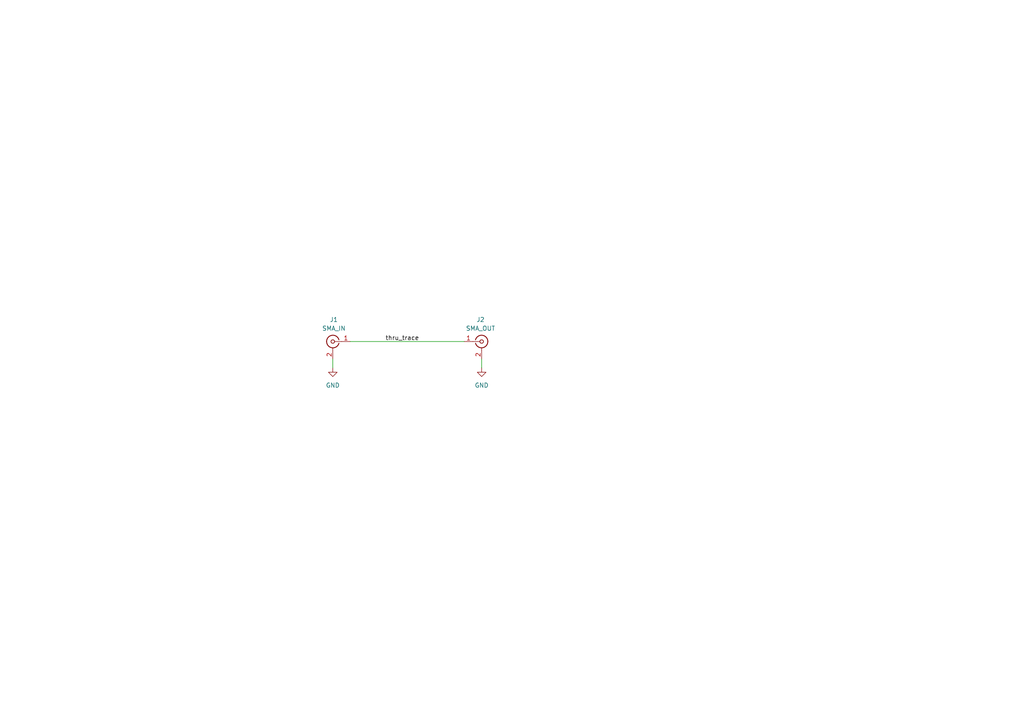
<source format=kicad_sch>
(kicad_sch (version 20231120) (generator "eeschema") (generator_version "8.0")
  (paper "A4")
  (title_block (title "Bald Probe Test Fixtures") (rev "1") (company "@baldengineer"))
  (lib_symbols
    (symbol "Connector:Conn_Coaxial" (pin_names (offset 1.016) hide)
      (property "Reference" "J" (at 0.254 3.048 0))
      (property "Value" "Conn_Coaxial" (at 2.921 0 90))
      (symbol "Conn_Coaxial_0_1"
        (arc (start -1.778 -0.508) (mid 0.2311 -1.8066) (end 1.778 0) (stroke (width 0.254)))
        (polyline (pts (xy -2.54 0) (xy -0.508 0)))
        (polyline (pts (xy 0 -2.54) (xy 0 -1.778)))
        (circle (center 0 0) (radius 0.508) (stroke (width 0.2032)))
        (arc (start 1.778 0) (mid 0.2099 1.8101) (end -1.778 0.508) (stroke (width 0.254)))
      )
      (symbol "Conn_Coaxial_1_1"
        (pin passive line (at -5.08 0 0) (length 2.54) (name "In") (number "1"))
        (pin passive line (at 0 -5.08 90) (length 2.54) (name "Ext") (number "2"))
      )
    )
    (symbol "power:GND" (power) (pin_numbers hide) (pin_names (offset 0) hide)
      (property "Value" "GND" (at 0 -3.81 0))
      (symbol "GND_0_1"
        (polyline (pts (xy 0 0) (xy 0 -1.27) (xy 1.27 -1.27) (xy 0 -2.54) (xy -1.27 -1.27) (xy 0 -1.27)))
      )
      (symbol "GND_1_1"
        (pin power_in line (at 0 0 270) (length 0) (name "~") (number "1"))
      )
    )
  )
  (wire (pts (xy 101.6 99.06) (xy 134.62 99.06)))
  (wire (pts (xy 139.7 104.14) (xy 139.7 106.68)))
  (wire (pts (xy 96.52 104.14) (xy 96.52 106.68)))
  (label "thru_trace" (at 111.76 99.06 0))
  (symbol (lib_id "Connector:Conn_Coaxial") (at 139.7 99.06 0) (unit 1)
    (property "Reference" "J2" (at 139.3826 92.71 0))
    (property "Value" "SMA_OUT" (at 139.3826 95.25 0))
    (property "Footprint" "Connector_Coaxial:SMA_Molex_73251-1153_EdgeMount_Horizontal" (effects (hide yes)))
    (property "Description" "coaxial connector (BNC, SMA, SMB, SMC, Cinch/RCA, LEMO, ...)" (effects (hide yes)))
  )
  (symbol (lib_id "Connector:Conn_Coaxial") (at 96.52 99.06 0) (mirror y) (unit 1)
    (property "Reference" "J1" (at 96.8374 92.71 0))
    (property "Value" "SMA_IN" (at 96.8374 95.25 0))
    (property "Footprint" "Connector_Coaxial:SMA_Molex_73251-1153_EdgeMount_Horizontal" (effects (hide yes)))
    (property "Description" "coaxial connector (BNC, SMA, SMB, SMC, Cinch/RCA, LEMO, ...)" (effects (hide yes)))
  )
  (symbol (lib_id "power:GND") (at 96.52 106.68 0) (unit 1)
    (property "Reference" "#PWR01" (effects (hide yes)))
    (property "Value" "GND" (at 96.52 111.76 0))
    (property "Description" "Power symbol creates a global label with name \"GND\" , ground" (effects (hide yes)))
  )
  (symbol (lib_id "power:GND") (at 139.7 106.68 0) (unit 1)
    (property "Reference" "#PWR02" (effects (hide yes)))
    (property "Value" "GND" (at 139.7 111.76 0))
    (property "Description" "Power symbol creates a global label with name \"GND\" , ground" (effects (hide yes)))
  )
)
</source>
